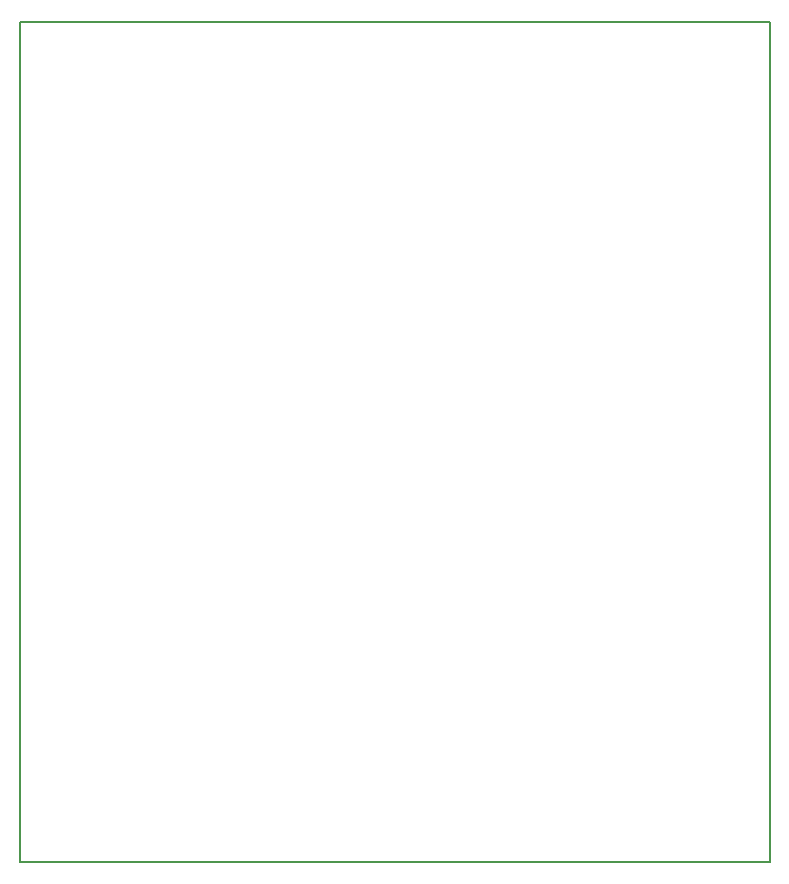
<source format=gbr>
G04 #@! TF.GenerationSoftware,KiCad,Pcbnew,(5.0.2)-1*
G04 #@! TF.CreationDate,2019-04-07T19:54:09+02:00*
G04 #@! TF.ProjectId,dip28_zif_programmer,64697032-385f-47a6-9966-5f70726f6772,rev?*
G04 #@! TF.SameCoordinates,Original*
G04 #@! TF.FileFunction,Profile,NP*
%FSLAX46Y46*%
G04 Gerber Fmt 4.6, Leading zero omitted, Abs format (unit mm)*
G04 Created by KiCad (PCBNEW (5.0.2)-1) date 07/04/2019 19:54:09*
%MOMM*%
%LPD*%
G01*
G04 APERTURE LIST*
%ADD10C,0.150000*%
G04 APERTURE END LIST*
D10*
X118110000Y-123190000D02*
X142240000Y-123190000D01*
X118110000Y-52070000D02*
X118110000Y-123190000D01*
X181610000Y-52070000D02*
X118110000Y-52070000D01*
X181610000Y-123190000D02*
X181610000Y-52070000D01*
X162560000Y-123190000D02*
X181610000Y-123190000D01*
X142240000Y-123190000D02*
X162560000Y-123190000D01*
M02*

</source>
